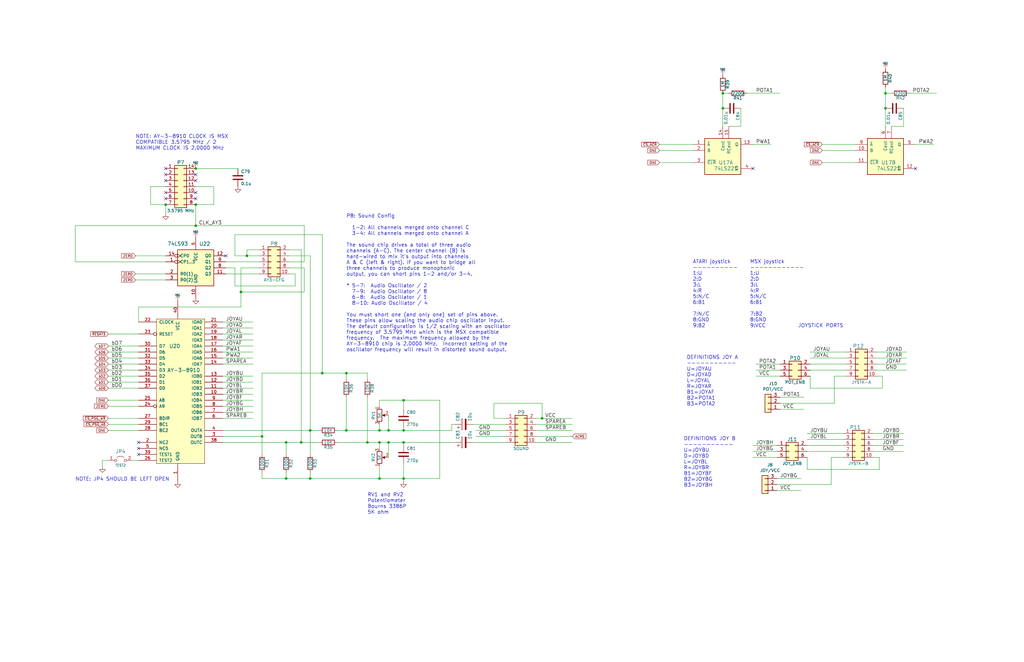
<source format=kicad_sch>
(kicad_sch (version 20211123) (generator eeschema)
  (paper "B")
  (lib_symbols
    (symbol "74xx:74LS221" (pin_names (offset 1.016))
      (property "Reference" "U" (at -7.62 8.89 0))
      (property "Value" "74LS221" (at -7.62 -8.89 0))
      (symbol "74LS221_1_0"
        (pin input line (at -12.7 5.08 0) (length 5.08) (name "~{A}") (number "1"))
        (pin output line (at 12.7 5.08 180) (length 5.08) (name "Q") (number "13"))
        (pin input line (at 0 12.7 270) (length 5.08) (name "Cext") (number "14"))
        (pin input line (at 2.54 12.7 270) (length 5.08) (name "RCext") (number "15"))
        (pin input line (at -12.7 2.54 0) (length 5.08) (name "B") (number "2"))
        (pin input line (at -12.7 -2.54 0) (length 5.08) (name "~{CLR}") (number "3"))
        (pin output line (at 12.7 -5.08 180) (length 5.08) (name "~{Q}") (number "4"))
      )
      (symbol "74LS221_1_1"
        (rectangle (start -7.62 7.62) (end 7.62 -7.62) (stroke (width 0.254)) (fill (type background)))
      )
      (symbol "74LS221_2_0"
        (pin input line (at -12.7 2.54 0) (length 5.08) (name "B") (number "10"))
        (pin input line (at -12.7 -2.54 0) (length 5.08) (name "~{CLR}") (number "11"))
        (pin output line (at 12.7 -5.08 180) (length 5.08) (name "~{Q}") (number "12"))
        (pin output line (at 12.7 5.08 180) (length 5.08) (name "Q") (number "5"))
        (pin input line (at 0 12.7 270) (length 5.08) (name "Cext") (number "6"))
        (pin input line (at 2.54 12.7 270) (length 5.08) (name "RCext") (number "7"))
        (pin input line (at -12.7 5.08 0) (length 5.08) (name "~{A}") (number "9"))
      )
      (symbol "74LS221_2_1"
        (rectangle (start -7.62 7.62) (end 7.62 -7.62) (stroke (width 0.254)) (fill (type background)))
      )
      (symbol "74LS221_3_0"
        (pin power_in line (at 0 12.7 270) (length 5.08) (name "VCC") (number "16"))
        (pin power_in line (at 0 -12.7 90) (length 5.08) (name "GND") (number "8"))
      )
      (symbol "74LS221_3_1"
        (rectangle (start -5.08 7.62) (end 5.08 -7.62) (stroke (width 0.254)) (fill (type background)))
      )
    )
    (symbol "74xx:74LS93" (pin_names (offset 1.016))
      (property "Reference" "U" (at -7.62 8.89 0))
      (property "Value" "74LS93" (at -7.62 -8.89 0))
      (symbol "74LS93_1_0"
        (pin input inverted_clock (at -12.7 2.54 0) (length 5.08) (name "CP1..3") (number "1"))
        (pin power_in line (at 0 -12.7 90) (length 5.08) (name "GND") (number "10"))
        (pin output line (at 12.7 -2.54 180) (length 5.08) (name "Q3") (number "11"))
        (pin output line (at 12.7 5.08 180) (length 5.08) (name "Q0") (number "12"))
        (pin input inverted_clock (at -12.7 5.08 0) (length 5.08) (name "CP0") (number "14"))
        (pin input line (at -12.7 -2.54 0) (length 5.08) (name "R0(1)") (number "2"))
        (pin input line (at -12.7 -5.08 0) (length 5.08) (name "R0(2)") (number "3"))
        (pin power_in line (at 0 12.7 270) (length 5.08) (name "VCC") (number "5"))
        (pin output line (at 12.7 0 180) (length 5.08) (name "Q2") (number "8"))
        (pin output line (at 12.7 2.54 180) (length 5.08) (name "Q1") (number "9"))
      )
      (symbol "74LS93_1_1"
        (rectangle (start -7.62 7.62) (end 7.62 -7.62) (stroke (width 0.254)) (fill (type background)))
      )
    )
    (symbol "Connector_Generic:Conn_01x03" (pin_names (offset 1.016) hide)
      (property "Reference" "J" (at 0 5.08 0))
      (property "Value" "Conn_01x03" (at 0 -5.08 0))
      (symbol "Conn_01x03_1_1"
        (rectangle (start -1.27 -2.413) (end 0 -2.667) (stroke (width 0.1524)))
        (rectangle (start -1.27 0.127) (end 0 -0.127) (stroke (width 0.1524)))
        (rectangle (start -1.27 2.667) (end 0 2.413) (stroke (width 0.1524)))
        (rectangle (start -1.27 3.81) (end 1.27 -3.81) (stroke (width 0.254)) (fill (type background)))
        (pin passive line (at -5.08 2.54 0) (length 3.81) (name "Pin_1") (number "1"))
        (pin passive line (at -5.08 0 0) (length 3.81) (name "Pin_2") (number "2"))
        (pin passive line (at -5.08 -2.54 0) (length 3.81) (name "Pin_3") (number "3"))
      )
    )
    (symbol "Connector_Generic:Conn_02x03_Odd_Even" (pin_names (offset 1.016) hide)
      (property "Reference" "J" (at 1.27 5.08 0))
      (property "Value" "Conn_02x03_Odd_Even" (at 1.27 -5.08 0))
      (symbol "Conn_02x03_Odd_Even_1_1"
        (rectangle (start -1.27 -2.413) (end 0 -2.667) (stroke (width 0.1524)))
        (rectangle (start -1.27 0.127) (end 0 -0.127) (stroke (width 0.1524)))
        (rectangle (start -1.27 2.667) (end 0 2.413) (stroke (width 0.1524)))
        (rectangle (start -1.27 3.81) (end 3.81 -3.81) (stroke (width 0.254)) (fill (type background)))
        (rectangle (start 3.81 -2.413) (end 2.54 -2.667) (stroke (width 0.1524)))
        (rectangle (start 3.81 0.127) (end 2.54 -0.127) (stroke (width 0.1524)))
        (rectangle (start 3.81 2.667) (end 2.54 2.413) (stroke (width 0.1524)))
        (pin passive line (at -5.08 2.54 0) (length 3.81) (name "Pin_1") (number "1"))
        (pin passive line (at 7.62 2.54 180) (length 3.81) (name "Pin_2") (number "2"))
        (pin passive line (at -5.08 0 0) (length 3.81) (name "Pin_3") (number "3"))
        (pin passive line (at 7.62 0 180) (length 3.81) (name "Pin_4") (number "4"))
        (pin passive line (at -5.08 -2.54 0) (length 3.81) (name "Pin_5") (number "5"))
        (pin passive line (at 7.62 -2.54 180) (length 3.81) (name "Pin_6") (number "6"))
      )
    )
    (symbol "Connector_Generic:Conn_02x05_Odd_Even" (pin_names (offset 1.016) hide)
      (property "Reference" "J" (at 1.27 7.62 0))
      (property "Value" "Conn_02x05_Odd_Even" (at 1.27 -7.62 0))
      (symbol "Conn_02x05_Odd_Even_1_1"
        (rectangle (start -1.27 -4.953) (end 0 -5.207) (stroke (width 0.1524)))
        (rectangle (start -1.27 -2.413) (end 0 -2.667) (stroke (width 0.1524)))
        (rectangle (start -1.27 0.127) (end 0 -0.127) (stroke (width 0.1524)))
        (rectangle (start -1.27 2.667) (end 0 2.413) (stroke (width 0.1524)))
        (rectangle (start -1.27 5.207) (end 0 4.953) (stroke (width 0.1524)))
        (rectangle (start -1.27 6.35) (end 3.81 -6.35) (stroke (width 0.254)) (fill (type background)))
        (rectangle (start 3.81 -4.953) (end 2.54 -5.207) (stroke (width 0.1524)))
        (rectangle (start 3.81 -2.413) (end 2.54 -2.667) (stroke (width 0.1524)))
        (rectangle (start 3.81 0.127) (end 2.54 -0.127) (stroke (width 0.1524)))
        (rectangle (start 3.81 2.667) (end 2.54 2.413) (stroke (width 0.1524)))
        (rectangle (start 3.81 5.207) (end 2.54 4.953) (stroke (width 0.1524)))
        (pin passive line (at -5.08 5.08 0) (length 3.81) (name "Pin_1") (number "1"))
        (pin passive line (at 7.62 -5.08 180) (length 3.81) (name "Pin_10") (number "10"))
        (pin passive line (at 7.62 5.08 180) (length 3.81) (name "Pin_2") (number "2"))
        (pin passive line (at -5.08 2.54 0) (length 3.81) (name "Pin_3") (number "3"))
        (pin passive line (at 7.62 2.54 180) (length 3.81) (name "Pin_4") (number "4"))
        (pin passive line (at -5.08 0 0) (length 3.81) (name "Pin_5") (number "5"))
        (pin passive line (at 7.62 0 180) (length 3.81) (name "Pin_6") (number "6"))
        (pin passive line (at -5.08 -2.54 0) (length 3.81) (name "Pin_7") (number "7"))
        (pin passive line (at 7.62 -2.54 180) (length 3.81) (name "Pin_8") (number "8"))
        (pin passive line (at -5.08 -5.08 0) (length 3.81) (name "Pin_9") (number "9"))
      )
    )
    (symbol "Connector_Generic:Conn_02x07_Counter_Clockwise" (pin_names (offset 1.016) hide)
      (property "Reference" "J" (at 1.27 10.16 0))
      (property "Value" "Conn_02x07_Counter_Clockwise" (at 1.27 -10.16 0))
      (symbol "Conn_02x07_Counter_Clockwise_1_1"
        (rectangle (start -1.27 -7.493) (end 0 -7.747) (stroke (width 0.1524)))
        (rectangle (start -1.27 -4.953) (end 0 -5.207) (stroke (width 0.1524)))
        (rectangle (start -1.27 -2.413) (end 0 -2.667) (stroke (width 0.1524)))
        (rectangle (start -1.27 0.127) (end 0 -0.127) (stroke (width 0.1524)))
        (rectangle (start -1.27 2.667) (end 0 2.413) (stroke (width 0.1524)))
        (rectangle (start -1.27 5.207) (end 0 4.953) (stroke (width 0.1524)))
        (rectangle (start -1.27 7.747) (end 0 7.493) (stroke (width 0.1524)))
        (rectangle (start -1.27 8.89) (end 3.81 -8.89) (stroke (width 0.254)) (fill (type background)))
        (rectangle (start 3.81 -7.493) (end 2.54 -7.747) (stroke (width 0.1524)))
        (rectangle (start 3.81 -4.953) (end 2.54 -5.207) (stroke (width 0.1524)))
        (rectangle (start 3.81 -2.413) (end 2.54 -2.667) (stroke (width 0.1524)))
        (rectangle (start 3.81 0.127) (end 2.54 -0.127) (stroke (width 0.1524)))
        (rectangle (start 3.81 2.667) (end 2.54 2.413) (stroke (width 0.1524)))
        (rectangle (start 3.81 5.207) (end 2.54 4.953) (stroke (width 0.1524)))
        (rectangle (start 3.81 7.747) (end 2.54 7.493) (stroke (width 0.1524)))
        (pin passive line (at -5.08 7.62 0) (length 3.81) (name "Pin_1") (number "1"))
        (pin passive line (at 7.62 -2.54 180) (length 3.81) (name "Pin_10") (number "10"))
        (pin passive line (at 7.62 0 180) (length 3.81) (name "Pin_11") (number "11"))
        (pin passive line (at 7.62 2.54 180) (length 3.81) (name "Pin_12") (number "12"))
        (pin passive line (at 7.62 5.08 180) (length 3.81) (name "Pin_13") (number "13"))
        (pin passive line (at 7.62 7.62 180) (length 3.81) (name "Pin_14") (number "14"))
        (pin passive line (at -5.08 5.08 0) (length 3.81) (name "Pin_2") (number "2"))
        (pin passive line (at -5.08 2.54 0) (length 3.81) (name "Pin_3") (number "3"))
        (pin passive line (at -5.08 0 0) (length 3.81) (name "Pin_4") (number "4"))
        (pin passive line (at -5.08 -2.54 0) (length 3.81) (name "Pin_5") (number "5"))
        (pin passive line (at -5.08 -5.08 0) (length 3.81) (name "Pin_6") (number "6"))
        (pin passive line (at -5.08 -7.62 0) (length 3.81) (name "Pin_7") (number "7"))
        (pin passive line (at 7.62 -7.62 180) (length 3.81) (name "Pin_8") (number "8"))
        (pin passive line (at 7.62 -5.08 180) (length 3.81) (name "Pin_9") (number "9"))
      )
    )
    (symbol "Device:C" (pin_numbers hide) (pin_names (offset 0.254))
      (property "Reference" "C" (at 0.635 2.54 0))
      (property "Value" "C" (at 0.635 -2.54 0))
      (symbol "C_0_1"
        (polyline (pts (xy -2.032 -0.762) (xy 2.032 -0.762)) (stroke (width 0.508)))
        (polyline (pts (xy -2.032 0.762) (xy 2.032 0.762)) (stroke (width 0.508)))
      )
      (symbol "C_1_1"
        (pin passive line (at 0 3.81 270) (length 2.794) (name "~") (number "1"))
        (pin passive line (at 0 -3.81 90) (length 2.794) (name "~") (number "2"))
      )
    )
    (symbol "Device:C_Polarized" (pin_numbers hide) (pin_names (offset 0.254))
      (property "Reference" "C" (at 0.635 2.54 0))
      (property "Value" "C_Polarized" (at 0.635 -2.54 0))
      (symbol "C_Polarized_0_1"
        (rectangle (start -2.286 0.508) (end 2.286 1.016))
        (polyline (pts (xy -1.778 2.286) (xy -0.762 2.286)))
        (polyline (pts (xy -1.27 2.794) (xy -1.27 1.778)))
        (rectangle (start 2.286 -0.508) (end -2.286 -1.016) (fill (type outline)))
      )
      (symbol "C_Polarized_1_1"
        (pin passive line (at 0 3.81 270) (length 2.794) (name "~") (number "1"))
        (pin passive line (at 0 -3.81 90) (length 2.794) (name "~") (number "2"))
      )
    )
    (symbol "Device:R" (pin_numbers hide) (pin_names (offset 0))
      (property "Reference" "R" (at 2.032 0 90))
      (property "Value" "R" (at 0 0 90))
      (symbol "R_0_1"
        (rectangle (start -1.016 -2.54) (end 1.016 2.54) (stroke (width 0.254)))
      )
      (symbol "R_1_1"
        (pin passive line (at 0 3.81 270) (length 1.27) (name "~") (number "1"))
        (pin passive line (at 0 -3.81 90) (length 1.27) (name "~") (number "2"))
      )
    )
    (symbol "Device:R_Potentiometer" (pin_names (offset 1.016) hide)
      (property "Reference" "RV" (at -4.445 0 90))
      (property "Value" "R_Potentiometer" (at -2.54 0 90))
      (symbol "R_Potentiometer_0_1"
        (polyline (pts (xy 2.54 0) (xy 1.524 0)))
        (polyline (pts (xy 1.143 0) (xy 2.286 0.508) (xy 2.286 -0.508) (xy 1.143 0)) (fill (type outline)))
        (rectangle (start 1.016 2.54) (end -1.016 -2.54) (stroke (width 0.254)))
      )
      (symbol "R_Potentiometer_1_1"
        (pin passive line (at 0 3.81 270) (length 1.27) (name "1") (number "1"))
        (pin passive line (at 3.81 0 180) (length 1.27) (name "2") (number "2"))
        (pin passive line (at 0 -3.81 90) (length 1.27) (name "3") (number "3"))
      )
    )
    (symbol "Jumper:Jumper_2_Open" (pin_names (offset 0) hide)
      (property "Reference" "JP" (at 0 2.794 0))
      (property "Value" "Jumper_2_Open" (at 0 -2.286 0))
      (symbol "Jumper_2_Open_0_0"
        (circle (center -2.032 0) (radius 0.508))
        (circle (center 2.032 0) (radius 0.508))
      )
      (symbol "Jumper_2_Open_0_1"
        (arc (start 1.524 1.27) (mid 0 1.778) (end -1.524 1.27))
      )
      (symbol "Jumper_2_Open_1_1"
        (pin passive line (at -5.08 0 0) (length 2.54) (name "A") (number "1"))
        (pin passive line (at 5.08 0 180) (length 2.54) (name "B") (number "2"))
      )
    )
    (symbol "PSG:AY-3-8910" (pin_names (offset 1.016))
      (property "Reference" "U?" (at -2.54 19.05 0))
      (property "Value" "AY-3-8910" (at 1.27 8.89 0))
      (symbol "AY-3-8910_0_1"
        (rectangle (start -10.16 -30.48) (end 10.16 30.48) (fill (type background)))
      )
      (symbol "AY-3-8910_1_1"
        (pin power_in line (at -1.27 -38.1 90) (length 7.62) (name "GND") (number "1"))
        (pin bidirectional line (at 17.78 -1.27 180) (length 7.62) (name "IOB3") (number "10"))
        (pin bidirectional line (at 17.78 1.27 180) (length 7.62) (name "IOB2") (number "11"))
        (pin bidirectional line (at 17.78 3.81 180) (length 7.62) (name "IOB1") (number "12"))
        (pin bidirectional line (at 17.78 6.35 180) (length 7.62) (name "IOB0") (number "13"))
        (pin bidirectional line (at 17.78 11.43 180) (length 7.62) (name "IOA7") (number "14"))
        (pin bidirectional line (at 17.78 13.97 180) (length 7.62) (name "IOA6") (number "15"))
        (pin bidirectional line (at 17.78 16.51 180) (length 7.62) (name "IOA5") (number "16"))
        (pin bidirectional line (at 17.78 19.05 180) (length 7.62) (name "IOA4") (number "17"))
        (pin bidirectional line (at 17.78 21.59 180) (length 7.62) (name "IOA3") (number "18"))
        (pin bidirectional line (at 17.78 24.13 180) (length 7.62) (name "IOA2") (number "19"))
        (pin input line (at -17.78 -21.59 0) (length 7.62) (name "NC2") (number "2"))
        (pin bidirectional line (at 17.78 26.67 180) (length 7.62) (name "IOA1") (number "20"))
        (pin bidirectional line (at 17.78 29.21 180) (length 7.62) (name "IOA0") (number "21"))
        (pin input line (at -17.78 29.21 0) (length 7.62) (name "CLOCK") (number "22"))
        (pin input inverted (at -17.78 24.13 0) (length 7.62) (name "RESET") (number "23"))
        (pin input inverted (at -17.78 -6.35 0) (length 7.62) (name "A9") (number "24"))
        (pin input line (at -17.78 -3.81 0) (length 7.62) (name "A8") (number "25"))
        (pin input line (at -17.78 -29.21 0) (length 7.62) (name "TEST2") (number "26"))
        (pin input line (at -17.78 -11.43 0) (length 7.62) (name "BDIR") (number "27"))
        (pin input line (at -17.78 -16.51 0) (length 7.62) (name "BC2") (number "28"))
        (pin input line (at -17.78 -13.97 0) (length 7.62) (name "BC1") (number "29"))
        (pin output line (at 17.78 -19.05 180) (length 7.62) (name "OUTB") (number "3"))
        (pin bidirectional line (at -17.78 19.05 0) (length 7.62) (name "D7") (number "30"))
        (pin bidirectional line (at -17.78 16.51 0) (length 7.62) (name "D6") (number "31"))
        (pin bidirectional line (at -17.78 13.97 0) (length 7.62) (name "D5") (number "32"))
        (pin bidirectional line (at -17.78 11.43 0) (length 7.62) (name "D4") (number "33"))
        (pin bidirectional line (at -17.78 8.89 0) (length 7.62) (name "D3") (number "34"))
        (pin bidirectional line (at -17.78 6.35 0) (length 7.62) (name "D2") (number "35"))
        (pin bidirectional line (at -17.78 3.81 0) (length 7.62) (name "D1") (number "36"))
        (pin bidirectional line (at -17.78 1.27 0) (length 7.62) (name "D0") (number "37"))
        (pin output line (at 17.78 -21.59 180) (length 7.62) (name "OUTC") (number "38"))
        (pin input line (at -17.78 -26.67 0) (length 7.62) (name "TEST1") (number "39"))
        (pin output line (at 17.78 -16.51 180) (length 7.62) (name "OUTA") (number "4"))
        (pin power_in line (at -1.27 38.1 270) (length 7.62) (name "VCC") (number "40"))
        (pin input line (at -17.78 -24.13 0) (length 7.62) (name "NC5") (number "5"))
        (pin bidirectional line (at 17.78 -11.43 180) (length 7.62) (name "IOB7") (number "6"))
        (pin bidirectional line (at 17.78 -8.89 180) (length 7.62) (name "IOB6") (number "7"))
        (pin bidirectional line (at 17.78 -6.35 180) (length 7.62) (name "IOB5") (number "8"))
        (pin bidirectional line (at 17.78 -3.81 180) (length 7.62) (name "IOB4") (number "9"))
      )
    )
    (symbol "power:GND" (power) (pin_names (offset 0))
      (property "Value" "GND" (at 0 -3.81 0))
      (symbol "GND_0_1"
        (polyline (pts (xy 0 0) (xy 0 -1.27) (xy 1.27 -1.27) (xy 0 -2.54) (xy -1.27 -1.27) (xy 0 -1.27)))
      )
      (symbol "GND_1_1"
        (pin power_in line (at 0 0 270) (length 0) hide (name "GND") (number "1"))
      )
    )
    (symbol "power:VCC" (power) (pin_names (offset 0))
      (property "Value" "VCC" (at 0 3.81 0))
      (symbol "VCC_0_1"
        (polyline (pts (xy -0.762 1.27) (xy 0 2.54)))
        (polyline (pts (xy 0 0) (xy 0 2.54)))
        (polyline (pts (xy 0 2.54) (xy 0.762 1.27)))
      )
      (symbol "VCC_1_1"
        (pin power_in line (at 0 0 90) (length 0) hide (name "VCC") (number "1"))
      )
    )
  )
  (junction (at 82.55 71.12))
  (junction (at 146.05 157.48))
  (junction (at 170.18 201.93))
  (junction (at 110.49 184.15))
  (junction (at 120.65 201.93))
  (junction (at 82.55 86.36))
  (junction (at 304.8 39.37))
  (junction (at 304.8 45.72))
  (junction (at 154.94 186.69))
  (junction (at 135.89 157.48))
  (junction (at 163.83 181.61))
  (junction (at 170.18 186.69))
  (junction (at 373.38 45.72))
  (junction (at 170.18 181.61))
  (junction (at 127 186.69))
  (junction (at 82.55 95.25))
  (junction (at 120.65 186.69))
  (junction (at 146.05 181.61))
  (junction (at 160.02 186.69))
  (junction (at 130.81 201.93))
  (junction (at 101.6 123.19))
  (junction (at 160.02 181.61))
  (junction (at 69.85 86.36))
  (junction (at 160.02 201.93))
  (junction (at 130.81 181.61))
  (junction (at 163.83 186.69))
  (junction (at 373.38 39.37))
  (junction (at 170.18 168.91))
  (junction (at 104.14 107.95))
  (junction (at 228.6 176.53))
  (no_connect (at 82.55 76.2))
  (no_connect (at 82.55 81.28))
  (no_connect (at 69.85 73.66))
  (no_connect (at 58.42 186.69))
  (no_connect (at 82.55 83.82))
  (no_connect (at 69.85 71.12))
  (no_connect (at 58.42 189.23))
  (no_connect (at 317.5 71.12))
  (no_connect (at 69.85 83.82))
  (no_connect (at 69.85 81.28))
  (no_connect (at 386.08 71.12))
  (no_connect (at 95.25 107.95))
  (no_connect (at 82.55 73.66))
  (no_connect (at 69.85 76.2))
  (no_connect (at 58.42 191.77))
  (wire (pts (xy 327.66 207.01) (xy 337.82 207.01)))
  (wire (pts (xy 106.68 166.37) (xy 93.98 166.37)))
  (wire (pts (xy 341.63 148.59) (xy 356.87 148.59)))
  (wire (pts (xy 228.6 170.18) (xy 208.28 170.18)))
  (wire (pts (xy 341.63 153.67) (xy 356.87 153.67)))
  (wire (pts (xy 120.65 186.69) (xy 127 186.69)))
  (wire (pts (xy 208.28 176.53) (xy 213.36 176.53)))
  (wire (pts (xy 328.93 170.18) (xy 351.79 170.18)))
  (wire (pts (xy 340.36 185.42) (xy 355.6 185.42)))
  (wire (pts (xy 106.68 148.59) (xy 93.98 148.59)))
  (wire (pts (xy 170.18 186.69) (xy 170.18 187.96)))
  (wire (pts (xy 160.02 186.69) (xy 163.83 186.69)))
  (wire (pts (xy 121.92 105.41) (xy 127 105.41)))
  (wire (pts (xy 328.93 172.72) (xy 339.09 172.72)))
  (wire (pts (xy 369.57 158.75) (xy 372.11 158.75)))
  (wire (pts (xy 368.3 193.04) (xy 370.84 193.04)))
  (wire (pts (xy 340.36 190.5) (xy 355.6 190.5)))
  (wire (pts (xy 346.71 60.96) (xy 360.68 60.96)))
  (wire (pts (xy 369.57 153.67) (xy 382.27 153.67)))
  (wire (pts (xy 124.46 120.65) (xy 124.46 115.57)))
  (wire (pts (xy 120.65 201.93) (xy 130.81 201.93)))
  (wire (pts (xy 121.92 110.49) (xy 128.27 110.49)))
  (wire (pts (xy 160.02 179.07) (xy 160.02 181.61)))
  (wire (pts (xy 57.15 118.11) (xy 69.85 118.11)))
  (wire (pts (xy 340.36 198.12) (xy 370.84 198.12)))
  (wire (pts (xy 154.94 186.69) (xy 160.02 186.69)))
  (wire (pts (xy 95.25 110.49) (xy 109.22 110.49)))
  (wire (pts (xy 93.98 186.69) (xy 120.65 186.69)))
  (wire (pts (xy 128.27 95.25) (xy 128.27 110.49)))
  (wire (pts (xy 368.3 187.96) (xy 381 187.96)))
  (wire (pts (xy 95.25 115.57) (xy 109.22 115.57)))
  (wire (pts (xy 101.6 113.03) (xy 109.22 113.03)))
  (wire (pts (xy 381 53.34) (xy 381 45.72)))
  (wire (pts (xy 341.63 156.21) (xy 356.87 156.21)))
  (wire (pts (xy 99.06 107.95) (xy 104.14 107.95)))
  (wire (pts (xy 45.72 171.45) (xy 58.42 171.45)))
  (wire (pts (xy 163.83 181.61) (xy 170.18 181.61)))
  (wire (pts (xy 146.05 157.48) (xy 146.05 160.02)))
  (wire (pts (xy 208.28 170.18) (xy 208.28 176.53)))
  (wire (pts (xy 106.68 143.51) (xy 93.98 143.51)))
  (wire (pts (xy 228.6 176.53) (xy 241.3 176.53)))
  (wire (pts (xy 160.02 168.91) (xy 170.18 168.91)))
  (wire (pts (xy 373.38 45.72) (xy 373.38 53.34)))
  (wire (pts (xy 226.06 179.07) (xy 241.3 179.07)))
  (wire (pts (xy 199.39 179.07) (xy 213.36 179.07)))
  (wire (pts (xy 317.5 190.5) (xy 327.66 190.5)))
  (wire (pts (xy 307.34 53.34) (xy 312.42 53.34)))
  (wire (pts (xy 45.72 146.05) (xy 58.42 146.05)))
  (wire (pts (xy 328.93 167.64) (xy 339.09 167.64)))
  (wire (pts (xy 340.36 187.96) (xy 355.6 187.96)))
  (wire (pts (xy 57.15 107.95) (xy 69.85 107.95)))
  (wire (pts (xy 82.55 86.36) (xy 82.55 95.25)))
  (wire (pts (xy 106.68 138.43) (xy 93.98 138.43)))
  (wire (pts (xy 106.68 173.99) (xy 93.98 173.99)))
  (wire (pts (xy 163.83 193.04) (xy 163.83 186.69)))
  (wire (pts (xy 368.3 182.88) (xy 381 182.88)))
  (wire (pts (xy 228.6 170.18) (xy 228.6 176.53)))
  (wire (pts (xy 58.42 140.97) (xy 45.72 140.97)))
  (wire (pts (xy 31.75 95.25) (xy 82.55 95.25)))
  (wire (pts (xy 100.33 71.12) (xy 82.55 71.12)))
  (wire (pts (xy 110.49 184.15) (xy 110.49 191.77)))
  (wire (pts (xy 170.18 186.69) (xy 191.77 186.69)))
  (wire (pts (xy 304.8 45.72) (xy 304.8 53.34)))
  (wire (pts (xy 325.12 60.96) (xy 317.5 60.96)))
  (wire (pts (xy 135.89 157.48) (xy 146.05 157.48)))
  (wire (pts (xy 31.75 110.49) (xy 69.85 110.49)))
  (wire (pts (xy 45.72 153.67) (xy 58.42 153.67)))
  (wire (pts (xy 170.18 181.61) (xy 190.5 181.61)))
  (wire (pts (xy 383.54 39.37) (xy 394.97 39.37)))
  (wire (pts (xy 45.72 161.29) (xy 58.42 161.29)))
  (wire (pts (xy 375.92 53.34) (xy 381 53.34)))
  (wire (pts (xy 58.42 135.89) (xy 58.42 129.54)))
  (wire (pts (xy 63.5 78.74) (xy 63.5 86.36)))
  (wire (pts (xy 130.81 199.39) (xy 130.81 201.93)))
  (wire (pts (xy 43.18 194.31) (xy 45.72 194.31)))
  (wire (pts (xy 200.66 181.61) (xy 213.36 181.61)))
  (wire (pts (xy 341.63 158.75) (xy 341.63 163.83)))
  (wire (pts (xy 190.5 179.07) (xy 190.5 181.61)))
  (wire (pts (xy 106.68 161.29) (xy 93.98 161.29)))
  (wire (pts (xy 45.72 168.91) (xy 58.42 168.91)))
  (wire (pts (xy 350.52 193.04) (xy 355.6 193.04)))
  (wire (pts (xy 45.72 156.21) (xy 58.42 156.21)))
  (wire (pts (xy 304.8 45.72) (xy 304.8 39.37)))
  (wire (pts (xy 106.68 168.91) (xy 93.98 168.91)))
  (wire (pts (xy 135.89 99.06) (xy 99.06 99.06)))
  (wire (pts (xy 142.24 186.69) (xy 154.94 186.69)))
  (wire (pts (xy 121.92 107.95) (xy 130.81 107.95)))
  (wire (pts (xy 106.68 153.67) (xy 93.98 153.67)))
  (wire (pts (xy 99.06 99.06) (xy 99.06 107.95)))
  (wire (pts (xy 99.06 120.65) (xy 124.46 120.65)))
  (wire (pts (xy 318.77 156.21) (xy 328.93 156.21)))
  (wire (pts (xy 373.38 36.83) (xy 373.38 39.37)))
  (wire (pts (xy 135.89 157.48) (xy 110.49 157.48)))
  (wire (pts (xy 130.81 107.95) (xy 130.81 181.61)))
  (wire (pts (xy 351.79 158.75) (xy 351.79 170.18)))
  (wire (pts (xy 292.1 68.58) (xy 278.13 68.58)))
  (wire (pts (xy 45.72 158.75) (xy 58.42 158.75)))
  (wire (pts (xy 106.68 176.53) (xy 93.98 176.53)))
  (wire (pts (xy 82.55 95.25) (xy 128.27 95.25)))
  (wire (pts (xy 130.81 181.61) (xy 130.81 191.77)))
  (wire (pts (xy 106.68 158.75) (xy 93.98 158.75)))
  (wire (pts (xy 341.63 151.13) (xy 356.87 151.13)))
  (wire (pts (xy 110.49 157.48) (xy 110.49 184.15)))
  (wire (pts (xy 106.68 140.97) (xy 93.98 140.97)))
  (wire (pts (xy 142.24 181.61) (xy 146.05 181.61)))
  (wire (pts (xy 369.57 156.21) (xy 382.27 156.21)))
  (wire (pts (xy 130.81 181.61) (xy 134.62 181.61)))
  (wire (pts (xy 170.18 168.91) (xy 170.18 172.72)))
  (wire (pts (xy 104.14 107.95) (xy 104.14 105.41)))
  (wire (pts (xy 99.06 113.03) (xy 99.06 120.65)))
  (wire (pts (xy 170.18 203.2) (xy 170.18 201.93)))
  (wire (pts (xy 317.5 193.04) (xy 327.66 193.04)))
  (wire (pts (xy 93.98 184.15) (xy 110.49 184.15)))
  (wire (pts (xy 340.36 182.88) (xy 355.6 182.88)))
  (wire (pts (xy 163.83 175.26) (xy 163.83 181.61)))
  (wire (pts (xy 373.38 39.37) (xy 375.92 39.37)))
  (wire (pts (xy 368.3 185.42) (xy 381 185.42)))
  (wire (pts (xy 57.15 115.57) (xy 69.85 115.57)))
  (wire (pts (xy 370.84 193.04) (xy 370.84 198.12)))
  (wire (pts (xy 163.83 186.69) (xy 170.18 186.69)))
  (wire (pts (xy 312.42 53.34) (xy 312.42 45.72)))
  (wire (pts (xy 121.92 115.57) (xy 124.46 115.57)))
  (wire (pts (xy 135.89 157.48) (xy 135.89 99.06)))
  (wire (pts (xy 160.02 181.61) (xy 163.83 181.61)))
  (wire (pts (xy 106.68 135.89) (xy 93.98 135.89)))
  (wire (pts (xy 190.5 179.07) (xy 191.77 179.07)))
  (wire (pts (xy 327.66 204.47) (xy 350.52 204.47)))
  (wire (pts (xy 327.66 201.93) (xy 337.82 201.93)))
  (wire (pts (xy 304.8 39.37) (xy 307.34 39.37)))
  (wire (pts (xy 318.77 158.75) (xy 328.93 158.75)))
  (wire (pts (xy 146.05 167.64) (xy 146.05 181.61)))
  (wire (pts (xy 90.17 86.36) (xy 82.55 86.36)))
  (wire (pts (xy 278.13 60.96) (xy 292.1 60.96)))
  (wire (pts (xy 55.88 194.31) (xy 58.42 194.31)))
  (wire (pts (xy 185.42 168.91) (xy 185.42 201.93)))
  (wire (pts (xy 45.72 148.59) (xy 58.42 148.59)))
  (wire (pts (xy 120.65 199.39) (xy 120.65 201.93)))
  (wire (pts (xy 63.5 86.36) (xy 69.85 86.36)))
  (wire (pts (xy 101.6 129.54) (xy 101.6 123.19)))
  (wire (pts (xy 82.55 78.74) (xy 90.17 78.74)))
  (wire (pts (xy 110.49 201.93) (xy 120.65 201.93)))
  (wire (pts (xy 90.17 78.74) (xy 90.17 86.36)))
  (wire (pts (xy 101.6 123.19) (xy 101.6 113.03)))
  (wire (pts (xy 372.11 163.83) (xy 372.11 158.75)))
  (wire (pts (xy 45.72 181.61) (xy 58.42 181.61)))
  (wire (pts (xy 226.06 181.61) (xy 241.3 181.61)))
  (wire (pts (xy 127 186.69) (xy 127 105.41)))
  (wire (pts (xy 130.81 181.61) (xy 93.98 181.61)))
  (wire (pts (xy 373.38 39.37) (xy 373.38 45.72)))
  (wire (pts (xy 170.18 201.93) (xy 185.42 201.93)))
  (wire (pts (xy 146.05 181.61) (xy 160.02 181.61)))
  (wire (pts (xy 106.68 163.83) (xy 93.98 163.83)))
  (wire (pts (xy 154.94 167.64) (xy 154.94 186.69)))
  (wire (pts (xy 69.85 90.17) (xy 69.85 86.36)))
  (wire (pts (xy 200.66 184.15) (xy 213.36 184.15)))
  (wire (pts (xy 360.68 68.58) (xy 346.71 68.58)))
  (wire (pts (xy 360.68 63.5) (xy 346.71 63.5)))
  (wire (pts (xy 340.36 193.04) (xy 340.36 198.12)))
  (wire (pts (xy 120.65 186.69) (xy 120.65 191.77)))
  (wire (pts (xy 317.5 187.96) (xy 327.66 187.96)))
  (wire (pts (xy 58.42 129.54) (xy 101.6 129.54)))
  (wire (pts (xy 341.63 163.83) (xy 372.11 163.83)))
  (wire (pts (xy 106.68 151.13) (xy 93.98 151.13)))
  (wire (pts (xy 226.06 184.15) (xy 241.3 184.15)))
  (wire (pts (xy 127 186.69) (xy 134.62 186.69)))
  (wire (pts (xy 130.81 201.93) (xy 160.02 201.93)))
  (wire (pts (xy 104.14 107.95) (xy 109.22 107.95)))
  (wire (pts (xy 45.72 163.83) (xy 58.42 163.83)))
  (wire (pts (xy 160.02 168.91) (xy 160.02 171.45)))
  (wire (pts (xy 128.27 123.19) (xy 128.27 113.03)))
  (wire (pts (xy 351.79 158.75) (xy 356.87 158.75)))
  (wire (pts (xy 369.57 148.59) (xy 382.27 148.59)))
  (wire (pts (xy 121.92 113.03) (xy 128.27 113.03)))
  (wire (pts (xy 185.42 168.91) (xy 170.18 168.91)))
  (wire (pts (xy 146.05 157.48) (xy 154.94 157.48)))
  (wire (pts (xy 45.72 179.07) (xy 58.42 179.07)))
  (wire (pts (xy 104.14 105.41) (xy 109.22 105.41)))
  (wire (pts (xy 43.18 194.31) (xy 43.18 196.85)))
  (wire (pts (xy 31.75 110.49) (xy 31.75 95.25)))
  (wire (pts (xy 170.18 180.34) (xy 170.18 181.61)))
  (wire (pts (xy 292.1 63.5) (xy 278.13 63.5)))
  (wire (pts (xy 160.02 196.85) (xy 160.02 201.93)))
  (wire (pts (xy 95.25 113.03) (xy 99.06 113.03)))
  (wire (pts (xy 369.57 151.13) (xy 382.27 151.13)))
  (wire (pts (xy 314.96 39.37) (xy 328.93 39.37)))
  (wire (pts (xy 45.72 176.53) (xy 58.42 176.53)))
  (wire (pts (xy 45.72 151.13) (xy 58.42 151.13)))
  (wire (pts (xy 226.06 186.69) (xy 241.3 186.69)))
  (wire (pts (xy 110.49 199.39) (xy 110.49 201.93)))
  (wire (pts (xy 170.18 195.58) (xy 170.18 201.93)))
  (wire (pts (xy 106.68 171.45) (xy 93.98 171.45)))
  (wire (pts (xy 199.39 186.69) (xy 213.36 186.69)))
  (wire (pts (xy 160.02 201.93) (xy 170.18 201.93)))
  (wire (pts (xy 69.85 78.74) (xy 63.5 78.74)))
  (wire (pts (xy 350.52 193.04) (xy 350.52 204.47)))
  (wire (pts (xy 368.3 190.5) (xy 381 190.5)))
  (wire (pts (xy 154.94 157.48) (xy 154.94 160.02)))
  (wire (pts (xy 106.68 146.05) (xy 93.98 146.05)))
  (wire (pts (xy 160.02 186.69) (xy 160.02 189.23)))
  (wire (pts (xy 318.77 153.67) (xy 328.93 153.67)))
  (wire (pts (xy 393.7 60.96) (xy 386.08 60.96)))
  (wire (pts (xy 101.6 123.19) (xy 128.27 123.19)))
  (wire (pts (xy 226.06 176.53) (xy 228.6 176.53)))
  (text "RV1 and RV2\nPotentiometer\nBourns 3386P\n5K ohm" (at 154.94 217.17 0) (effects (font (size 1.524 1.524)) (justify left bottom)))
  (text "P8: Sound Config\n\n  1-2: All channels merged onto channel C\n  3-4: All channels merged onto channel A\n\nThe sound chip drives a total of three audio\nchannels (A-C). The center channel (B) is \nhard-wired to mix it's output into channels \nA & C (left & right). If you want to bridge all \nthree channels to produce monophonic \noutput, you can short pins 1-2 and/or 3-4.\n\n* 5-7:  Audio Oscillator / 2\n  7-9:  Audio Oscillator / 8\n  6-8:  Audio Oscillator / 1\n  8-10: Audio Oscillator / 4\n\nYou must short one (and only one) set of pins above. \nThese pins allow scaling the audio chip oscillator input. \nThe default configuration is 1/2 scaling with an oscillator \nfrequency of 3.5795 MHz which is the MSX compatible\nfrequency.  The maximum frequency allowed by the \nAY-3-8910 chip is 2.0000 MHz.  Incorrect setting of the \noscillator frequency will result in distorted sound output." (at 146.05 148.59 0) (effects (font (size 1.524 1.524)) (justify left bottom)))
  (text "ATARI joystick\n----------\n1:U\n2:D\n3:L\n4:R\n5:N/C\n6:B1\n\n7:N/C\n8:GND\n9:B2" (at 292.1 138.43 0) (effects (font (size 1.524 1.524)) (justify left bottom)))
  (text "NOTE: AY-3-8910 CLOCK IS MSX\nCOMPATIBLE 3.5795 MHz / 2\nMAXIMUM CLOCK IS 2.0000 MHz" (at 57.15 63.5 0) (effects (font (size 1.524 1.524)) (justify left bottom)))
  (text "NOTE: JP4 SHOULD BE LEFT OPEN" (at 31.75 203.2 0) (effects (font (size 1.524 1.524)) (justify left bottom)))
  (text "JOYSTICK PORTS" (at 336.55 138.43 0) (effects (font (size 1.524 1.524)) (justify left bottom)))
  (text "DEFINITIONS JOY B\n-----------\nU=JOYBU\nD=JOYBD\nL=JOYBL\nR=JOYBR\nB1=JOYBF\nB2=JOYBG\nB3=JOYBH\n" (at 288.29 205.74 0) (effects (font (size 1.524 1.524)) (justify left bottom)))
  (text "DEFINITIONS JOY A\n-----------\nU=JOYAU\nD=JOYAD\nL=JOYAL\nR=JOYAR\nB1=JOYAF\nB2=POTA1\nB3=POTA2\n" (at 289.56 171.45 0) (effects (font (size 1.524 1.524)) (justify left bottom)))
  (text "MSX joystick\n------------\n1:U\n2:D\n3:L\n4:R\n5:N/C\n6:B1\n\n7:B2\n8:GND\n9:VCC" (at 316.23 138.43 0) (effects (font (size 1.524 1.524)) (justify left bottom)))
  (label "JOYBL" (at 341.63 185.42 0) (effects (font (size 1.524 1.524))))
  (label "POTA1" (at 330.2 167.64 0) (effects (font (size 1.524 1.524))))
  (label "VCC" (at 320.04 158.75 0) (effects (font (size 1.524 1.524))))
  (label "JOYBD" (at 95.25 161.29 0) (effects (font (size 1.524 1.524))))
  (label "JOYAD" (at 373.38 148.59 0) (effects (font (size 1.524 1.524))))
  (label "JOYAU" (at 342.9 148.59 0) (effects (font (size 1.524 1.524))))
  (label "bD0" (at 46.99 163.83 0) (effects (font (size 1.524 1.524))))
  (label "JOYAL" (at 95.25 140.97 0) (effects (font (size 1.524 1.524))))
  (label "SPAREA" (at 95.25 153.67 0) (effects (font (size 1.524 1.524))))
  (label "PWA1" (at 95.25 148.59 0) (effects (font (size 1.524 1.524))))
  (label "bD1" (at 46.99 161.29 0) (effects (font (size 1.524 1.524))))
  (label "JOYBH" (at 95.25 173.99 0) (effects (font (size 1.524 1.524))))
  (label "PWA2" (at 95.25 151.13 0) (effects (font (size 1.524 1.524))))
  (label "VCC" (at 330.2 172.72 0) (effects (font (size 1.524 1.524))))
  (label "JOYBU" (at 95.25 158.75 0) (effects (font (size 1.524 1.524))))
  (label "bD4" (at 46.99 153.67 0) (effects (font (size 1.524 1.524))))
  (label "JOYBF" (at 372.11 187.96 0) (effects (font (size 1.524 1.524))))
  (label "SPAREA" (at 229.87 179.07 0) (effects (font (size 1.524 1.524))))
  (label "JOYBF" (at 95.25 168.91 0) (effects (font (size 1.524 1.524))))
  (label "JOYBH" (at 318.77 187.96 0) (effects (font (size 1.524 1.524))))
  (label "bD3" (at 46.99 156.21 0) (effects (font (size 1.524 1.524))))
  (label "JOYAF" (at 373.38 153.67 0) (effects (font (size 1.524 1.524))))
  (label "JOYAR" (at 95.25 143.51 0) (effects (font (size 1.524 1.524))))
  (label "GND" (at 372.11 190.5 0) (effects (font (size 1.524 1.524))))
  (label "POTA2" (at 320.04 153.67 0) (effects (font (size 1.524 1.524))))
  (label "JOYAR" (at 373.38 151.13 0) (effects (font (size 1.524 1.524))))
  (label "SPAREB" (at 95.25 176.53 0) (effects (font (size 1.524 1.524))))
  (label "JOYBG" (at 328.93 201.93 0) (effects (font (size 1.524 1.524))))
  (label "GND" (at 201.93 184.15 0) (effects (font (size 1.524 1.524))))
  (label "JOYBD" (at 372.11 182.88 0) (effects (font (size 1.524 1.524))))
  (label "JOYBG" (at 318.77 190.5 0) (effects (font (size 1.524 1.524))))
  (label "SPAREB" (at 229.87 181.61 0) (effects (font (size 1.524 1.524))))
  (label "VCC" (at 229.87 176.53 0) (effects (font (size 1.524 1.524))))
  (label "JOYAF" (at 95.25 146.05 0) (effects (font (size 1.524 1.524))))
  (label "JOYBG" (at 95.25 171.45 0) (effects (font (size 1.524 1.524))))
  (label "JOYAL" (at 342.9 151.13 0) (effects (font (size 1.524 1.524))))
  (label "POTA1" (at 320.04 156.21 0) (effects (font (size 1.524 1.524))))
  (label "POTA1" (at 318.77 39.37 0) (effects (font (size 1.524 1.524))))
  (label "bD5" (at 46.99 151.13 0) (effects (font (size 1.524 1.524))))
  (label "GND" (at 373.38 156.21 0) (effects (font (size 1.524 1.524))))
  (label "JOYBL" (at 95.25 163.83 0) (effects (font (size 1.524 1.524))))
  (label "GND" (at 201.93 181.61 0) (effects (font (size 1.524 1.524))))
  (label "bD7" (at 46.99 146.05 0) (effects (font (size 1.524 1.524))))
  (label "POTA2" (at 384.81 39.37 0) (effects (font (size 1.524 1.524))))
  (label "JOYBU" (at 341.63 182.88 0) (effects (font (size 1.524 1.524))))
  (label "PWA2" (at 387.35 60.96 0) (effects (font (size 1.524 1.524))))
  (label "VCC" (at 328.93 207.01 0) (effects (font (size 1.524 1.524))))
  (label "CLK_AY3" (at 83.82 95.25 0) (effects (font (size 1.524 1.524))))
  (label "JOYAU" (at 95.25 135.89 0) (effects (font (size 1.524 1.524))))
  (label "JOYBR" (at 372.11 185.42 0) (effects (font (size 1.524 1.524))))
  (label "VCC" (at 318.77 193.04 0) (effects (font (size 1.524 1.524))))
  (label "PWA1" (at 318.77 60.96 0) (effects (font (size 1.524 1.524))))
  (label "GND" (at 229.87 186.69 0) (effects (font (size 1.524 1.524))))
  (label "JOYBR" (at 95.25 166.37 0) (effects (font (size 1.524 1.524))))
  (label "bD6" (at 46.99 148.59 0) (effects (font (size 1.524 1.524))))
  (label "JOYAD" (at 95.25 138.43 0) (effects (font (size 1.524 1.524))))
  (label "bD2" (at 46.99 158.75 0) (effects (font (size 1.524 1.524))))
  (global_label "ONE" (shape input) (at 278.13 68.58 180) (effects (font (size 1.016 1.016))) (property "Intersheet References" "${INTERSHEET_REFS}" (effects hide)))
  (global_label "bD0" (shape bidirectional) (at 45.72 163.83 180) (effects (font (size 1.016 1.016))) (property "Intersheet References" "${INTERSHEET_REFS}" (effects hide)))
  (global_label "ONE" (shape input) (at 45.72 168.91 180) (effects (font (size 1.016 1.016))) (property "Intersheet References" "${INTERSHEET_REFS}" (effects hide)))
  (global_label "bD5" (shape bidirectional) (at 45.72 151.13 180) (effects (font (size 1.016 1.016))) (property "Intersheet References" "${INTERSHEET_REFS}" (effects hide)))
  (global_label "ONE" (shape input) (at 278.13 63.5 180) (effects (font (size 1.016 1.016))) (property "Intersheet References" "${INTERSHEET_REFS}" (effects hide)))
  (global_label "bD1" (shape bidirectional) (at 45.72 161.29 180) (effects (font (size 1.016 1.016))) (property "Intersheet References" "${INTERSHEET_REFS}" (effects hide)))
  (global_label "~{CS_PSG_WR}" (shape input) (at 45.72 176.53 180) (effects (font (size 1.016 1.016))) (property "Intersheet References" "${INTERSHEET_REFS}" (effects hide)))
  (global_label "~{RESAY3}" (shape input) (at 45.72 140.97 180) (effects (font (size 1.016 1.016))) (property "Intersheet References" "${INTERSHEET_REFS}" (effects hide)))
  (global_label "ONE" (shape input) (at 45.72 181.61 180) (effects (font (size 1.016 1.016))) (property "Intersheet References" "${INTERSHEET_REFS}" (effects hide)))
  (global_label "bD4" (shape bidirectional) (at 45.72 153.67 180) (effects (font (size 1.016 1.016))) (property "Intersheet References" "${INTERSHEET_REFS}" (effects hide)))
  (global_label "bD3" (shape bidirectional) (at 45.72 156.21 180) (effects (font (size 1.016 1.016))) (property "Intersheet References" "${INTERSHEET_REFS}" (effects hide)))
  (global_label "ZERO" (shape input) (at 45.72 171.45 180) (effects (font (size 1.016 1.016))) (property "Intersheet References" "${INTERSHEET_REFS}" (effects hide)))
  (global_label "ONE" (shape input) (at 346.71 63.5 180) (effects (font (size 1.016 1.016))) (property "Intersheet References" "${INTERSHEET_REFS}" (effects hide)))
  (global_label "bD2" (shape bidirectional) (at 45.72 158.75 180) (effects (font (size 1.016 1.016))) (property "Intersheet References" "${INTERSHEET_REFS}" (effects hide)))
  (global_label "bD7" (shape bidirectional) (at 45.72 146.05 180) (effects (font (size 1.016 1.016))) (property "Intersheet References" "${INTERSHEET_REFS}" (effects hide)))
  (global_label "bD6" (shape bidirectional) (at 45.72 148.59 180) (effects (font (size 1.016 1.016))) (property "Intersheet References" "${INTERSHEET_REFS}" (effects hide)))
  (global_label "~{CS_ACR}" (shape input) (at 278.13 60.96 180) (effects (font (size 1.016 1.016))) (property "Intersheet References" "${INTERSHEET_REFS}" (effects hide)))
  (global_label "ZERO" (shape input) (at 57.15 107.95 180) (effects (font (size 1.016 1.016))) (property "Intersheet References" "${INTERSHEET_REFS}" (effects hide)))
  (global_label "~{CS_ACR}" (shape input) (at 346.71 60.96 180) (effects (font (size 1.016 1.016))) (property "Intersheet References" "${INTERSHEET_REFS}" (effects hide)))
  (global_label "ONE" (shape input) (at 346.71 68.58 180) (effects (font (size 1.016 1.016))) (property "Intersheet References" "${INTERSHEET_REFS}" (effects hide)))
  (global_label "ACR5" (shape input) (at 241.3 184.15 0) (effects (font (size 1.016 1.016))) (property "Intersheet References" "${INTERSHEET_REFS}" (effects hide)))
  (global_label "ZERO" (shape input) (at 57.15 118.11 180) (effects (font (size 1.016 1.016))) (property "Intersheet References" "${INTERSHEET_REFS}" (effects hide)))
  (global_label "ZERO" (shape input) (at 57.15 115.57 180) (effects (font (size 1.016 1.016))) (property "Intersheet References" "${INTERSHEET_REFS}" (effects hide)))
  (global_label "~{CS_PSG_A0}" (shape input) (at 45.72 179.07 180) (effects (font (size 1.016 1.016))) (property "Intersheet References" "${INTERSHEET_REFS}" (effects hide)))
  (symbol (lib_id "74xx:74LS221") (at 373.38 66.04 0) (unit 2)
    (property "Reference" "U17" (at 374.65 68.58 0) (effects (font (size 1.524 1.524))))
    (property "Value" "74LS221" (at 374.65 71.12 0) (effects (font (size 1.524 1.524))))
    (property "Footprint" "Package_DIP:DIP-16_W7.62mm" (effects hide))
    (property "Datasheet" "http://www.ti.com/lit/gpn/sn74LS221" (effects hide))
  )
  (symbol (lib_id "Jumper:Jumper_2_Open") (at 50.8 194.31 0) (unit 1)
    (property "Reference" "JP4" (at 50.8 190.5 0) (effects (font (size 1.524 1.524))))
    (property "Value" "TEST2" (at 50.8 196.342 0) (effects (font (size 1.016 1.016))))
    (property "Footprint" "Connector_PinHeader_2.54mm:PinHeader_1x02_P2.54mm_Vertical" (effects hide))
  )
  (symbol (lib_id "Connector_Generic:Conn_02x07_Counter_Clockwise") (at 74.93 78.74 0) (unit 1)
    (property "Reference" "P7" (at 76.2 68.58 0) (effects (font (size 1.524 1.524))))
    (property "Value" "3.5795 MHz" (at 76.2 88.9 0))
    (property "Footprint" "Package_DIP:DIP-14_W7.62mm" (effects hide))
  )
  (symbol (lib_id "Device:R") (at 138.43 186.69 270) (unit 1)
    (property "Reference" "R35" (at 138.43 188.722 90))
    (property "Value" "10K" (at 138.43 186.69 90))
    (property "Footprint" "Resistor_THT:R_Axial_DIN0207_L6.3mm_D2.5mm_P7.62mm_Horizontal" (effects hide))
  )
  (symbol (lib_id "Device:R_Potentiometer") (at 160.02 193.04 0) (mirror x) (unit 1)
    (property "Reference" "RV2" (at 157.48 193.04 90))
    (property "Value" "5K" (at 160.02 193.04 90))
    (property "Footprint" "Potentiometer_THT:Potentiometer_Bourns_3386P_Vertical" (effects hide))
  )
  (symbol (lib_id "power:GND") (at 82.55 125.73 0) (unit 1)
    (property "Reference" "#PWR064" (effects hide))
    (property "Value" "GND" (effects hide))
  )
  (symbol (lib_id "74xx:74LS93") (at 82.55 113.03 0) (unit 1)
    (property "Reference" "U22" (at 86.36 102.87 0) (effects (font (size 1.524 1.524))))
    (property "Value" "74LS93" (at 74.93 102.87 0) (effects (font (size 1.524 1.524))))
    (property "Footprint" "Package_DIP:DIP-14_W7.62mm" (effects hide))
    (property "Datasheet" "http://www.ti.com/lit/gpn/sn74LS93" (effects hide))
  )
  (symbol (lib_id "power:VCC") (at 82.55 100.33 0) (unit 1)
    (property "Reference" "#PWR0107" (effects hide))
    (property "Value" "VCC" (at 82.55 97.79 0) (effects (font (size 0.762 0.762))))
  )
  (symbol (lib_id "power:GND") (at 74.93 203.2 0) (unit 1)
    (property "Reference" "#PWR0108" (effects hide))
    (property "Value" "GND" (effects hide))
  )
  (symbol (lib_id "Device:R") (at 110.49 195.58 0) (unit 1)
    (property "Reference" "R31" (at 112.522 195.58 90))
    (property "Value" "1000" (at 110.49 195.58 90))
    (property "Footprint" "Resistor_THT:R_Axial_DIN0207_L6.3mm_D2.5mm_P7.62mm_Horizontal" (effects hide))
  )
  (symbol (lib_id "Device:R") (at 120.65 195.58 0) (unit 1)
    (property "Reference" "R32" (at 122.682 195.58 90))
    (property "Value" "1000" (at 120.65 195.58 90))
    (property "Footprint" "Resistor_THT:R_Axial_DIN0207_L6.3mm_D2.5mm_P7.62mm_Horizontal" (effects hide))
  )
  (symbol (lib_id "Device:C_Polarized") (at 195.58 179.07 90) (unit 1)
    (property "Reference" "C82" (at 193.04 177.8 0) (effects (justify left)))
    (property "Value" "10u" (at 198.12 177.8 0) (effects (justify left)))
    (property "Footprint" "Capacitor_THT:CP_Radial_D5.0mm_P2.50mm" (effects hide))
  )
  (symbol (lib_id "power:GND") (at 69.85 90.17 0) (unit 1)
    (property "Reference" "#PWR062" (effects hide))
    (property "Value" "GND" (effects hide))
  )
  (symbol (lib_id "Device:R") (at 154.94 163.83 0) (unit 1)
    (property "Reference" "R38" (at 156.972 163.83 90))
    (property "Value" "10K" (at 154.94 163.83 90))
    (property "Footprint" "Resistor_THT:R_Axial_DIN0207_L6.3mm_D2.5mm_P7.62mm_Horizontal" (effects hide))
  )
  (symbol (lib_id "Device:C_Polarized") (at 195.58 186.69 90) (unit 1)
    (property "Reference" "C83" (at 193.04 185.42 0) (effects (justify left)))
    (property "Value" "10u" (at 198.12 185.42 0) (effects (justify left)))
    (property "Footprint" "Capacitor_THT:CP_Radial_D5.0mm_P2.50mm" (effects hide))
  )
  (symbol (lib_id "PSG:AY-3-8910") (at 76.2 165.1 0) (unit 1)
    (property "Reference" "U20" (at 73.66 146.05 0) (effects (font (size 1.524 1.524))))
    (property "Value" "AY-3-8910" (at 77.47 156.21 0) (effects (font (size 1.524 1.524))))
    (property "Footprint" "Package_DIP:DIP-40_W15.24mm" (effects hide))
  )
  (symbol (lib_id "Device:C") (at 377.19 45.72 270) (unit 1)
    (property "Reference" "C85" (at 379.73 46.99 0) (effects (justify left)))
    (property "Value" "0.01u" (at 374.65 46.99 0) (effects (justify left)))
    (property "Footprint" "Capacitor_THT:C_Disc_D5.0mm_W2.5mm_P5.00mm" (effects hide))
  )
  (symbol (lib_id "Device:R") (at 130.81 195.58 0) (unit 1)
    (property "Reference" "R33" (at 132.842 195.58 90))
    (property "Value" "1000" (at 130.81 195.58 90))
    (property "Footprint" "Resistor_THT:R_Axial_DIN0207_L6.3mm_D2.5mm_P7.62mm_Horizontal" (effects hide))
  )
  (symbol (lib_id "74xx:74LS221") (at 304.8 66.04 0) (unit 1)
    (property "Reference" "U17" (at 306.07 68.58 0) (effects (font (size 1.524 1.524))))
    (property "Value" "74LS221" (at 306.07 71.12 0) (effects (font (size 1.524 1.524))))
    (property "Footprint" "Package_DIP:DIP-16_W7.62mm" (effects hide))
    (property "Datasheet" "http://www.ti.com/lit/gpn/sn74LS221" (effects hide))
  )
  (symbol (lib_id "power:VCC") (at 304.8 31.75 0) (unit 1)
    (property "Reference" "#PWR068" (effects hide))
    (property "Value" "VCC" (at 304.8 29.21 0) (effects (font (size 0.762 0.762))))
  )
  (symbol (lib_id "Device:R") (at 311.15 39.37 270) (unit 1)
    (property "Reference" "R41" (at 311.15 41.402 90))
    (property "Value" "2200" (at 311.15 39.37 90))
    (property "Footprint" "Resistor_THT:R_Axial_DIN0207_L6.3mm_D2.5mm_P7.62mm_Horizontal" (effects hide))
  )
  (symbol (lib_id "Device:C") (at 170.18 176.53 0) (unit 1)
    (property "Reference" "C80" (at 171.45 173.99 0) (effects (justify left)))
    (property "Value" "270p" (at 171.45 179.07 0) (effects (justify left)))
    (property "Footprint" "Capacitor_THT:C_Disc_D5.0mm_W2.5mm_P5.00mm" (effects hide))
  )
  (symbol (lib_id "power:VCC") (at 82.55 71.12 0) (unit 1)
    (property "Reference" "#PWR063" (effects hide))
    (property "Value" "VCC" (at 82.55 68.58 0) (effects (font (size 0.762 0.762))))
  )
  (symbol (lib_id "Device:R") (at 138.43 181.61 270) (unit 1)
    (property "Reference" "R34" (at 138.43 183.642 90))
    (property "Value" "10K" (at 138.43 181.61 90))
    (property "Footprint" "Resistor_THT:R_Axial_DIN0207_L6.3mm_D2.5mm_P7.62mm_Horizontal" (effects hide))
  )
  (symbol (lib_id "power:VCC") (at 74.93 127 0) (unit 1)
    (property "Reference" "#PWR0106" (effects hide))
    (property "Value" "VCC" (at 74.93 124.46 0) (effects (font (size 0.762 0.762))))
  )
  (symbol (lib_id "Connector_Generic:Conn_01x03") (at 322.58 204.47 180) (unit 1)
    (property "Reference" "J8" (at 324.6882 196.215 0))
    (property "Value" "JOY/VCC" (at 324.6882 198.5264 0))
    (property "Footprint" "Connector_PinHeader_2.54mm:PinHeader_1x03_P2.54mm_Vertical" (effects hide))
  )
  (symbol (lib_id "Connector_Generic:Conn_02x05_Odd_Even") (at 360.68 187.96 0) (unit 1)
    (property "Reference" "P11" (at 360.68 180.34 0) (effects (font (size 1.524 1.524))))
    (property "Value" "JYSTK-B" (at 361.95 195.58 0))
    (property "Footprint" "Connector_IDC:IDC-Header_2x05_P2.54mm_Horizontal" (effects hide))
  )
  (symbol (lib_id "Connector_Generic:Conn_01x03") (at 323.85 170.18 180) (unit 1)
    (property "Reference" "J10" (at 325.9582 161.925 0))
    (property "Value" "POT/VCC" (at 325.9582 164.2364 0))
    (property "Footprint" "Connector_PinHeader_2.54mm:PinHeader_1x03_P2.54mm_Vertical" (effects hide))
  )
  (symbol (lib_id "Connector_Generic:Conn_02x05_Odd_Even") (at 218.44 181.61 0) (unit 1)
    (property "Reference" "P9" (at 219.71 173.99 0) (effects (font (size 1.524 1.524))))
    (property "Value" "SOUND" (at 219.71 189.23 0))
    (property "Footprint" "Connector_IDC:IDC-Header_2x05_P2.54mm_Horizontal" (effects hide))
  )
  (symbol (lib_id "power:VCC") (at 373.38 29.21 0) (unit 1)
    (property "Reference" "#PWR069" (effects hide))
    (property "Value" "VCC" (at 373.38 26.67 0) (effects (font (size 0.762 0.762))))
  )
  (symbol (lib_id "Connector_Generic:Conn_02x05_Odd_Even") (at 114.3 110.49 0) (unit 1)
    (property "Reference" "P8" (at 115.57 102.87 0) (effects (font (size 1.524 1.524))))
    (property "Value" "AY3-CFG" (at 115.57 118.11 0))
    (property "Footprint" "Connector_PinHeader_2.54mm:PinHeader_2x05_P2.54mm_Vertical" (effects hide))
  )
  (symbol (lib_id "Device:R_Potentiometer") (at 160.02 175.26 0) (unit 1)
    (property "Reference" "RV1" (at 157.48 175.26 90))
    (property "Value" "5K" (at 160.02 175.26 90))
    (property "Footprint" "Potentiometer_THT:Potentiometer_Bourns_3386P_Vertical" (effects hide))
  )
  (symbol (lib_id "power:GND") (at 170.18 203.2 0) (unit 1)
    (property "Reference" "#PWR067" (effects hide))
    (property "Value" "GND" (effects hide))
  )
  (symbol (lib_id "Device:R") (at 146.05 163.83 0) (unit 1)
    (property "Reference" "R36" (at 148.082 163.83 90))
    (property "Value" "10K" (at 146.05 163.83 90))
    (property "Footprint" "Resistor_THT:R_Axial_DIN0207_L6.3mm_D2.5mm_P7.62mm_Horizontal" (effects hide))
  )
  (symbol (lib_id "Connector_Generic:Conn_02x03_Odd_Even") (at 334.01 156.21 0) (unit 1)
    (property "Reference" "P10" (at 335.28 151.13 0) (effects (font (size 1.524 1.524))))
    (property "Value" "POT_ENB" (at 335.28 161.29 0))
    (property "Footprint" "Connector_PinHeader_2.54mm:PinHeader_2x03_P2.54mm_Vertical" (effects hide))
  )
  (symbol (lib_id "power:GND") (at 100.33 78.74 0) (unit 1)
    (property "Reference" "#PWR065" (effects hide))
    (property "Value" "GND" (effects hide))
  )
  (symbol (lib_id "Device:C") (at 170.18 191.77 0) (unit 1)
    (property "Reference" "C81" (at 171.45 189.23 0) (effects (justify left)))
    (property "Value" "270p" (at 171.45 194.31 0) (effects (justify left)))
    (property "Footprint" "Capacitor_THT:C_Disc_D5.0mm_W2.5mm_P5.00mm" (effects hide))
  )
  (symbol (lib_id "Device:R") (at 304.8 35.56 0) (unit 1)
    (property "Reference" "R39" (at 306.832 35.56 90))
    (property "Value" "1M" (at 304.8 35.56 90))
    (property "Footprint" "Resistor_THT:R_Axial_DIN0207_L6.3mm_D2.5mm_P7.62mm_Horizontal" (effects hide))
  )
  (symbol (lib_id "Device:R") (at 373.38 33.02 0) (unit 1)
    (property "Reference" "R40" (at 375.412 33.02 90))
    (property "Value" "1M" (at 373.38 33.02 90))
    (property "Footprint" "Resistor_THT:R_Axial_DIN0207_L6.3mm_D2.5mm_P7.62mm_Horizontal" (effects hide))
  )
  (symbol (lib_id "Connector_Generic:Conn_02x03_Odd_Even") (at 332.74 190.5 0) (unit 1)
    (property "Reference" "J11" (at 334.01 185.42 0) (effects (font (size 1.524 1.524))))
    (property "Value" "JOY_ENB" (at 334.01 195.58 0))
    (property "Footprint" "Connector_PinHeader_2.54mm:PinHeader_2x03_P2.54mm_Vertical" (effects hide))
  )
  (symbol (lib_id "Device:C") (at 100.33 74.93 0) (unit 1)
    (property "Reference" "C79" (at 101.6 72.39 0) (effects (justify left)))
    (property "Value" "0.1u" (at 101.6 77.47 0) (effects (justify left)))
    (property "Footprint" "Capacitor_THT:C_Disc_D5.0mm_W2.5mm_P5.00mm" (effects hide))
  )
  (symbol (lib_id "Device:C") (at 308.61 45.72 270) (unit 1)
    (property "Reference" "C84" (at 311.15 46.99 0) (effects (justify left)))
    (property "Value" "0.01u" (at 306.07 46.99 0) (effects (justify left)))
    (property "Footprint" "Capacitor_THT:C_Disc_D5.0mm_W2.5mm_P5.00mm" (effects hide))
  )
  (symbol (lib_id "power:GND") (at 43.18 196.85 0) (unit 1)
    (property "Reference" "#PWR061" (effects hide))
    (property "Value" "GND" (effects hide))
  )
  (symbol (lib_id "Device:R") (at 379.73 39.37 270) (unit 1)
    (property "Reference" "R42" (at 379.73 41.402 90))
    (property "Value" "2200" (at 379.73 39.37 90))
    (property "Footprint" "Resistor_THT:R_Axial_DIN0207_L6.3mm_D2.5mm_P7.62mm_Horizontal" (effects hide))
  )
  (symbol (lib_id "Connector_Generic:Conn_02x05_Odd_Even") (at 361.95 153.67 0) (unit 1)
    (property "Reference" "P12" (at 361.95 146.05 0) (effects (font (size 1.524 1.524))))
    (property "Value" "JYSTK-A" (at 363.22 161.29 0))
    (property "Footprint" "Connector_IDC:IDC-Header_2x05_P2.54mm_Horizontal" (effects hide))
  )
)
</source>
